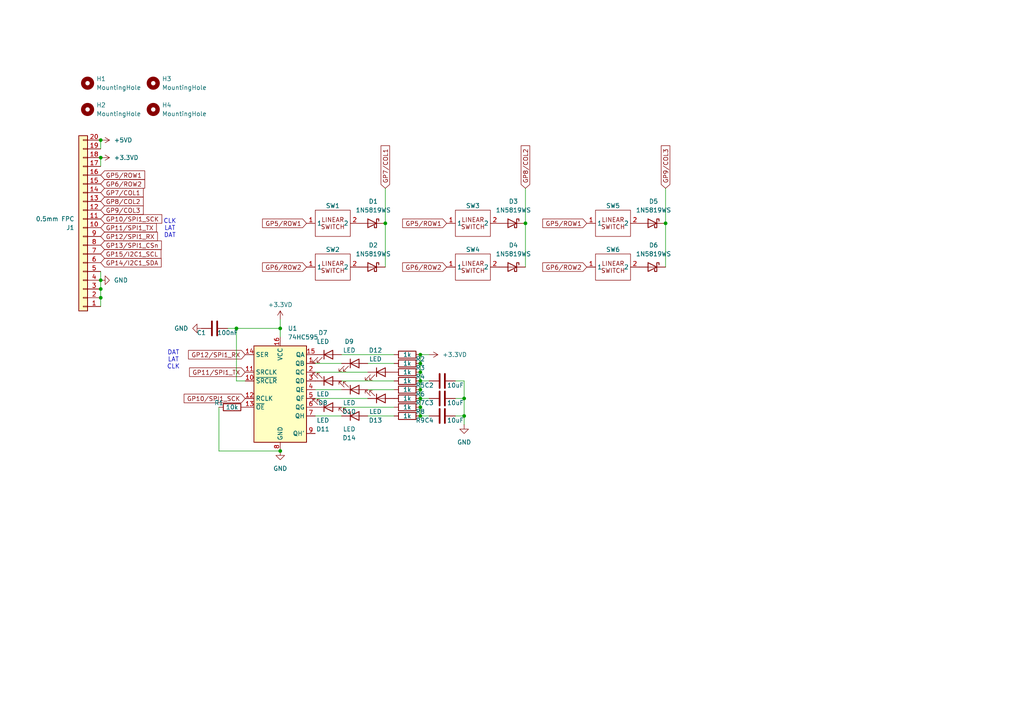
<source format=kicad_sch>
(kicad_sch (version 20231120) (generator "eeschema") (generator_version "8.0")
  (paper "A4")
  (lib_symbols
    (symbol "74xx:74HC595"
      (property "Reference" "U" (at -7.62 13.97 0))
      (property "Value" "74HC595" (at -7.62 -16.51 0))
      (symbol "74HC595_1_0"
        (pin tri_state line (at 10.16 7.62 180) (length 2.54) (name "QB") (number "1"))
        (pin input line (at -10.16 2.54 0) (length 2.54) (name "~{SRCLR}") (number "10"))
        (pin input line (at -10.16 5.08 0) (length 2.54) (name "SRCLK") (number "11"))
        (pin input line (at -10.16 -2.54 0) (length 2.54) (name "RCLK") (number "12"))
        (pin input line (at -10.16 -5.08 0) (length 2.54) (name "~{OE}") (number "13"))
        (pin input line (at -10.16 10.16 0) (length 2.54) (name "SER") (number "14"))
        (pin tri_state line (at 10.16 10.16 180) (length 2.54) (name "QA") (number "15"))
        (pin power_in line (at 0 15.24 270) (length 2.54) (name "VCC") (number "16"))
        (pin tri_state line (at 10.16 5.08 180) (length 2.54) (name "QC") (number "2"))
        (pin tri_state line (at 10.16 2.54 180) (length 2.54) (name "QD") (number "3"))
        (pin tri_state line (at 10.16 0 180) (length 2.54) (name "QE") (number "4"))
        (pin tri_state line (at 10.16 -2.54 180) (length 2.54) (name "QF") (number "5"))
        (pin tri_state line (at 10.16 -5.08 180) (length 2.54) (name "QG") (number "6"))
        (pin tri_state line (at 10.16 -7.62 180) (length 2.54) (name "QH") (number "7"))
        (pin power_in line (at 0 -17.78 90) (length 2.54) (name "GND") (number "8"))
        (pin output line (at 10.16 -12.7 180) (length 2.54) (name "QH'") (number "9"))
      )
      (symbol "74HC595_1_1"
        (rectangle (start -7.62 12.7) (end 7.62 -15.24) (stroke (width 0.254)) (fill (type background)))
      )
    )
    (symbol "Connector_Generic:Conn_01x20" (pin_names (offset 1.016) hide)
      (property "Reference" "J" (at 0 25.4 0))
      (property "Value" "Conn_01x20" (at 0 -27.94 0))
      (symbol "Conn_01x20_1_1"
        (rectangle (start -1.27 -25.273) (end 0 -25.527) (stroke (width 0.1524)))
        (rectangle (start -1.27 -22.733) (end 0 -22.987) (stroke (width 0.1524)))
        (rectangle (start -1.27 -20.193) (end 0 -20.447) (stroke (width 0.1524)))
        (rectangle (start -1.27 -17.653) (end 0 -17.907) (stroke (width 0.1524)))
        (rectangle (start -1.27 -15.113) (end 0 -15.367) (stroke (width 0.1524)))
        (rectangle (start -1.27 -12.573) (end 0 -12.827) (stroke (width 0.1524)))
        (rectangle (start -1.27 -10.033) (end 0 -10.287) (stroke (width 0.1524)))
        (rectangle (start -1.27 -7.493) (end 0 -7.747) (stroke (width 0.1524)))
        (rectangle (start -1.27 -4.953) (end 0 -5.207) (stroke (width 0.1524)))
        (rectangle (start -1.27 -2.413) (end 0 -2.667) (stroke (width 0.1524)))
        (rectangle (start -1.27 0.127) (end 0 -0.127) (stroke (width 0.1524)))
        (rectangle (start -1.27 2.667) (end 0 2.413) (stroke (width 0.1524)))
        (rectangle (start -1.27 5.207) (end 0 4.953) (stroke (width 0.1524)))
        (rectangle (start -1.27 7.747) (end 0 7.493) (stroke (width 0.1524)))
        (rectangle (start -1.27 10.287) (end 0 10.033) (stroke (width 0.1524)))
        (rectangle (start -1.27 12.827) (end 0 12.573) (stroke (width 0.1524)))
        (rectangle (start -1.27 15.367) (end 0 15.113) (stroke (width 0.1524)))
        (rectangle (start -1.27 17.907) (end 0 17.653) (stroke (width 0.1524)))
        (rectangle (start -1.27 20.447) (end 0 20.193) (stroke (width 0.1524)))
        (rectangle (start -1.27 22.987) (end 0 22.733) (stroke (width 0.1524)))
        (rectangle (start -1.27 24.13) (end 1.27 -26.67) (stroke (width 0.254)) (fill (type background)))
        (pin passive line (at -5.08 22.86 0) (length 3.81) (name "Pin_1") (number "1"))
        (pin passive line (at -5.08 0 0) (length 3.81) (name "Pin_10") (number "10"))
        (pin passive line (at -5.08 -2.54 0) (length 3.81) (name "Pin_11") (number "11"))
        (pin passive line (at -5.08 -5.08 0) (length 3.81) (name "Pin_12") (number "12"))
        (pin passive line (at -5.08 -7.62 0) (length 3.81) (name "Pin_13") (number "13"))
        (pin passive line (at -5.08 -10.16 0) (length 3.81) (name "Pin_14") (number "14"))
        (pin passive line (at -5.08 -12.7 0) (length 3.81) (name "Pin_15") (number "15"))
        (pin passive line (at -5.08 -15.24 0) (length 3.81) (name "Pin_16") (number "16"))
        (pin passive line (at -5.08 -17.78 0) (length 3.81) (name "Pin_17") (number "17"))
        (pin passive line (at -5.08 -20.32 0) (length 3.81) (name "Pin_18") (number "18"))
        (pin passive line (at -5.08 -22.86 0) (length 3.81) (name "Pin_19") (number "19"))
        (pin passive line (at -5.08 20.32 0) (length 3.81) (name "Pin_2") (number "2"))
        (pin passive line (at -5.08 -25.4 0) (length 3.81) (name "Pin_20") (number "20"))
        (pin passive line (at -5.08 17.78 0) (length 3.81) (name "Pin_3") (number "3"))
        (pin passive line (at -5.08 15.24 0) (length 3.81) (name "Pin_4") (number "4"))
        (pin passive line (at -5.08 12.7 0) (length 3.81) (name "Pin_5") (number "5"))
        (pin passive line (at -5.08 10.16 0) (length 3.81) (name "Pin_6") (number "6"))
        (pin passive line (at -5.08 7.62 0) (length 3.81) (name "Pin_7") (number "7"))
        (pin passive line (at -5.08 5.08 0) (length 3.81) (name "Pin_8") (number "8"))
        (pin passive line (at -5.08 2.54 0) (length 3.81) (name "Pin_9") (number "9"))
      )
    )
    (symbol "Device:C" (pin_numbers hide) (pin_names (offset 0.254))
      (property "Reference" "C" (at 0.635 2.54 0))
      (property "Value" "C" (at 0.635 -2.54 0))
      (symbol "C_0_1"
        (polyline (pts (xy -2.032 -0.762) (xy 2.032 -0.762)) (stroke (width 0.508)))
        (polyline (pts (xy -2.032 0.762) (xy 2.032 0.762)) (stroke (width 0.508)))
      )
      (symbol "C_1_1"
        (pin passive line (at 0 3.81 270) (length 2.794) (name "~") (number "1"))
        (pin passive line (at 0 -3.81 90) (length 2.794) (name "~") (number "2"))
      )
    )
    (symbol "Device:LED" (pin_numbers hide) (pin_names (offset 1.016) hide)
      (property "Reference" "D" (at 0 2.54 0))
      (property "Value" "LED" (at 0 -2.54 0))
      (symbol "LED_0_1"
        (polyline (pts (xy -1.27 -1.27) (xy -1.27 1.27)) (stroke (width 0.254)))
        (polyline (pts (xy -1.27 0) (xy 1.27 0)))
        (polyline (pts (xy 1.27 -1.27) (xy 1.27 1.27) (xy -1.27 0) (xy 1.27 -1.27)) (stroke (width 0.254)))
        (polyline (pts (xy -3.048 -0.762) (xy -4.572 -2.286) (xy -3.81 -2.286) (xy -4.572 -2.286) (xy -4.572 -1.524)))
        (polyline (pts (xy -1.778 -0.762) (xy -3.302 -2.286) (xy -2.54 -2.286) (xy -3.302 -2.286) (xy -3.302 -1.524)))
      )
      (symbol "LED_1_1"
        (pin passive line (at -3.81 0 0) (length 2.54) (name "K") (number "1"))
        (pin passive line (at 3.81 0 180) (length 2.54) (name "A") (number "2"))
      )
    )
    (symbol "Device:R" (pin_numbers hide) (pin_names (offset 0))
      (property "Reference" "R" (at 2.032 0 90))
      (property "Value" "R" (at 0 0 90))
      (symbol "R_0_1"
        (rectangle (start -1.016 -2.54) (end 1.016 2.54) (stroke (width 0.254)))
      )
      (symbol "R_1_1"
        (pin passive line (at 0 3.81 270) (length 1.27) (name "~") (number "1"))
        (pin passive line (at 0 -3.81 90) (length 1.27) (name "~") (number "2"))
      )
    )
    (symbol "Diode:1N5819WS" (pin_numbers hide) (pin_names (offset 1.016) hide)
      (property "Reference" "D" (at 0 2.54 0))
      (property "Value" "1N5819WS" (at 0 -2.54 0))
      (symbol "1N5819WS_0_1"
        (polyline (pts (xy 1.27 0) (xy -1.27 0)))
        (polyline (pts (xy 1.27 1.27) (xy 1.27 -1.27) (xy -1.27 0) (xy 1.27 1.27)) (stroke (width 0.254)))
        (polyline (pts (xy -1.905 0.635) (xy -1.905 1.27) (xy -1.27 1.27) (xy -1.27 -1.27) (xy -0.635 -1.27) (xy -0.635 -0.635)) (stroke (width 0.254)))
      )
      (symbol "1N5819WS_1_1"
        (pin passive line (at -3.81 0 0) (length 2.54) (name "K") (number "1"))
        (pin passive line (at 3.81 0 180) (length 2.54) (name "A") (number "2"))
      )
    )
    (symbol "GND_1" (power) (pin_numbers hide) (pin_names (offset 0) hide)
      (property "Value" "GND" (at 0 -3.81 0))
      (symbol "GND_1_0_1"
        (polyline (pts (xy 0 0) (xy 0 -1.27) (xy 1.27 -1.27) (xy 0 -2.54) (xy -1.27 -1.27) (xy 0 -1.27)))
      )
      (symbol "GND_1_1_1"
        (pin power_in line (at 0 0 270) (length 0) (name "~") (number "1"))
      )
    )
    (symbol "Keyboard:Linear_Switch"
      (property "Reference" "SW?" (at 0 -5.08 0))
      (symbol "Linear_Switch_0_1"
        (rectangle (start -5.08 3.81) (end 5.08 -3.81))
      )
      (symbol "Linear_Switch_1_1"
        (text "LINEAR\nSWITCH" (at 0 0 0) (effects (font (size 1.27 1.27))))
        (pin input line (at -7.62 0 0) (length 2.54) (name "1") (number "1"))
        (pin input line (at 7.62 0 180) (length 2.54) (name "2") (number "2"))
      )
    )
    (symbol "Mechanical:MountingHole" (pin_names (offset 1.016))
      (property "Reference" "H" (at 0 5.08 0))
      (property "Value" "MountingHole" (at 0 3.175 0))
      (symbol "MountingHole_0_1"
        (circle (center 0 0) (radius 1.27) (stroke (width 1.27)))
      )
    )
    (symbol "OLIMEX_Power:+3.3VD" (power) (pin_names (offset 0))
      (property "Value" "+3.3VD" (at 0 3.556 0))
      (symbol "+3.3VD_0_1"
        (polyline (pts (xy -0.762 1.27) (xy 0 2.54)))
        (polyline (pts (xy 0 0) (xy 0 2.54)))
        (polyline (pts (xy 0 2.54) (xy 0.762 1.27)))
      )
      (symbol "+3.3VD_1_1"
        (pin power_in line (at 0 0 90) (length 0) hide (name "+3.3VD") (number "1"))
      )
    )
    (symbol "OLIMEX_Power:+5VD" (power) (pin_names (offset 0))
      (property "Value" "+5VD" (at 0 3.556 0))
      (symbol "+5VD_0_1"
        (polyline (pts (xy -0.762 1.27) (xy 0 2.54)))
        (polyline (pts (xy 0 0) (xy 0 2.54)))
        (polyline (pts (xy 0 2.54) (xy 0.762 1.27)))
      )
      (symbol "+5VD_1_1"
        (pin power_in line (at 0 0 90) (length 0) hide (name "+5VD") (number "1"))
      )
    )
    (symbol "power:GND" (power) (pin_names (offset 0))
      (property "Value" "GND" (at 0 -3.81 0))
      (symbol "GND_0_1"
        (polyline (pts (xy 0 0) (xy 0 -1.27) (xy 1.27 -1.27) (xy 0 -2.54) (xy -1.27 -1.27) (xy 0 -1.27)))
      )
      (symbol "GND_1_1"
        (pin power_in line (at 0 0 270) (length 0) hide (name "GND") (number "1"))
      )
    )
  )
  (junction (at 81.28 95.25))
  (junction (at 152.4 64.77))
  (junction (at 121.92 115.57))
  (junction (at 121.92 110.49))
  (junction (at 134.62 120.65))
  (junction (at 121.92 113.03))
  (junction (at 121.92 120.65))
  (junction (at 121.92 102.87))
  (junction (at 29.21 81.28))
  (junction (at 121.92 118.11))
  (junction (at 29.21 40.64))
  (junction (at 29.21 83.82))
  (junction (at 111.76 64.77))
  (junction (at 121.92 107.95))
  (junction (at 29.21 45.72))
  (junction (at 29.21 86.36))
  (junction (at 134.62 115.57))
  (junction (at 68.58 95.25))
  (junction (at 81.28 130.81))
  (junction (at 193.04 64.77))
  (junction (at 121.92 105.41))
  (wire (pts (xy 106.68 105.41) (xy 114.3 105.41)))
  (wire (pts (xy 91.44 113.03) (xy 99.06 113.03)))
  (wire (pts (xy 29.21 81.28) (xy 29.21 83.82)))
  (wire (pts (xy 134.62 123.19) (xy 134.62 120.65)))
  (wire (pts (xy 91.44 120.65) (xy 99.06 120.65)))
  (wire (pts (xy 124.46 102.87) (xy 121.92 102.87)))
  (wire (pts (xy 68.58 95.25) (xy 81.28 95.25)))
  (wire (pts (xy 106.68 120.65) (xy 114.3 120.65)))
  (wire (pts (xy 134.62 120.65) (xy 134.62 115.57)))
  (wire (pts (xy 121.92 107.95) (xy 121.92 110.49)))
  (wire (pts (xy 124.46 115.57) (xy 121.92 115.57)))
  (wire (pts (xy 193.04 64.77) (xy 193.04 77.47)))
  (wire (pts (xy 81.28 92.71) (xy 81.28 95.25)))
  (wire (pts (xy 99.06 118.11) (xy 114.3 118.11)))
  (wire (pts (xy 68.58 110.49) (xy 68.58 95.25)))
  (wire (pts (xy 71.12 110.49) (xy 68.58 110.49)))
  (wire (pts (xy 91.44 107.95) (xy 106.68 107.95)))
  (wire (pts (xy 29.21 45.72) (xy 29.21 48.26)))
  (wire (pts (xy 91.44 115.57) (xy 106.68 115.57)))
  (wire (pts (xy 152.4 64.77) (xy 152.4 77.47)))
  (wire (pts (xy 124.46 110.49) (xy 121.92 110.49)))
  (wire (pts (xy 121.92 113.03) (xy 121.92 115.57)))
  (wire (pts (xy 106.68 113.03) (xy 114.3 113.03)))
  (wire (pts (xy 99.06 110.49) (xy 114.3 110.49)))
  (wire (pts (xy 121.92 110.49) (xy 121.92 113.03)))
  (wire (pts (xy 66.04 95.25) (xy 68.58 95.25)))
  (wire (pts (xy 121.92 115.57) (xy 121.92 118.11)))
  (wire (pts (xy 121.92 118.11) (xy 121.92 120.65)))
  (wire (pts (xy 193.04 54.61) (xy 193.04 64.77)))
  (wire (pts (xy 134.62 110.49) (xy 132.08 110.49)))
  (wire (pts (xy 91.44 105.41) (xy 99.06 105.41)))
  (wire (pts (xy 114.3 102.87) (xy 99.06 102.87)))
  (wire (pts (xy 121.92 105.41) (xy 121.92 107.95)))
  (wire (pts (xy 29.21 83.82) (xy 29.21 86.36)))
  (wire (pts (xy 63.5 118.11) (xy 63.5 130.81)))
  (wire (pts (xy 63.5 130.81) (xy 81.28 130.81)))
  (wire (pts (xy 111.76 54.61) (xy 111.76 64.77)))
  (wire (pts (xy 134.62 115.57) (xy 134.62 110.49)))
  (wire (pts (xy 81.28 95.25) (xy 81.28 97.79)))
  (wire (pts (xy 29.21 40.64) (xy 29.21 43.18)))
  (wire (pts (xy 111.76 64.77) (xy 111.76 77.47)))
  (wire (pts (xy 29.21 86.36) (xy 29.21 88.9)))
  (wire (pts (xy 132.08 115.57) (xy 134.62 115.57)))
  (wire (pts (xy 132.08 120.65) (xy 134.62 120.65)))
  (wire (pts (xy 29.21 78.74) (xy 29.21 81.28)))
  (wire (pts (xy 121.92 102.87) (xy 121.92 105.41)))
  (wire (pts (xy 124.46 120.65) (xy 121.92 120.65)))
  (wire (pts (xy 152.4 54.61) (xy 152.4 64.77)))
  (text "CLK\nLAT\nDAT" (at 49.276 66.294 0) (effects (font (size 1.27 1.27))))
  (text "DAT\nLAT\nCLK" (at 50.292 104.394 0) (effects (font (size 1.27 1.27))))
  (global_label "GP12{slash}SPI1_RX" (shape input) (at 71.12 102.87 180) (property "Intersheetrefs" "${INTERSHEET_REFS}" (effects (hide yes))))
  (global_label "GP7{slash}COL1" (shape input) (at 111.76 54.61 90) (property "Intersheetrefs" "${INTERSHEET_REFS}" (effects (hide yes))))
  (global_label "GP5{slash}ROW1" (shape input) (at 29.21 50.8 0) (property "Intersheetrefs" "${INTERSHEET_REFS}" (effects (hide yes))))
  (global_label "GP15{slash}I2C1_SCL" (shape input) (at 29.21 73.66 0) (property "Intersheetrefs" "${INTERSHEET_REFS}" (effects (hide yes))))
  (global_label "GP6{slash}ROW2" (shape input) (at 88.9 77.47 180) (property "Intersheetrefs" "${INTERSHEET_REFS}" (effects (hide yes))))
  (global_label "GP10{slash}SPI1_SCK" (shape input) (at 71.12 115.57 180) (property "Intersheetrefs" "${INTERSHEET_REFS}" (effects (hide yes))))
  (global_label "GP10{slash}SPI1_SCK" (shape input) (at 29.21 63.5 0) (property "Intersheetrefs" "${INTERSHEET_REFS}" (effects (hide yes))))
  (global_label "GP8{slash}COL2" (shape input) (at 29.21 58.42 0) (property "Intersheetrefs" "${INTERSHEET_REFS}" (effects (hide yes))))
  (global_label "GP8{slash}COL2" (shape input) (at 152.4 54.61 90) (property "Intersheetrefs" "${INTERSHEET_REFS}" (effects (hide yes))))
  (global_label "GP9{slash}COL3" (shape input) (at 29.21 60.96 0) (property "Intersheetrefs" "${INTERSHEET_REFS}" (effects (hide yes))))
  (global_label "GP6{slash}ROW2" (shape input) (at 170.18 77.47 180) (property "Intersheetrefs" "${INTERSHEET_REFS}" (effects (hide yes))))
  (global_label "GP14{slash}I2C1_SDA" (shape input) (at 29.21 76.2 0) (property "Intersheetrefs" "${INTERSHEET_REFS}" (effects (hide yes))))
  (global_label "GP12{slash}SPI1_RX" (shape input) (at 29.21 68.58 0) (property "Intersheetrefs" "${INTERSHEET_REFS}" (effects (hide yes))))
  (global_label "GP7{slash}COL1" (shape input) (at 29.21 55.88 0) (property "Intersheetrefs" "${INTERSHEET_REFS}" (effects (hide yes))))
  (global_label "GP9{slash}COL3" (shape input) (at 193.04 54.61 90) (property "Intersheetrefs" "${INTERSHEET_REFS}" (effects (hide yes))))
  (global_label "GP11{slash}SPI1_TX" (shape input) (at 71.12 107.95 180) (property "Intersheetrefs" "${INTERSHEET_REFS}" (effects (hide yes))))
  (global_label "GP6{slash}ROW2" (shape input) (at 29.21 53.34 0) (property "Intersheetrefs" "${INTERSHEET_REFS}" (effects (hide yes))))
  (global_label "GP5{slash}ROW1" (shape input) (at 170.18 64.77 180) (property "Intersheetrefs" "${INTERSHEET_REFS}" (effects (hide yes))))
  (global_label "GP5{slash}ROW1" (shape input) (at 129.54 64.77 180) (property "Intersheetrefs" "${INTERSHEET_REFS}" (effects (hide yes))))
  (global_label "GP5{slash}ROW1" (shape input) (at 88.9 64.77 180) (property "Intersheetrefs" "${INTERSHEET_REFS}" (effects (hide yes))))
  (global_label "GP11{slash}SPI1_TX" (shape input) (at 29.21 66.04 0) (property "Intersheetrefs" "${INTERSHEET_REFS}" (effects (hide yes))))
  (global_label "GP13{slash}SPI1_CSn" (shape input) (at 29.21 71.12 0) (property "Intersheetrefs" "${INTERSHEET_REFS}" (effects (hide yes))))
  (global_label "GP6{slash}ROW2" (shape input) (at 129.54 77.47 180) (property "Intersheetrefs" "${INTERSHEET_REFS}" (effects (hide yes))))
  (symbol (lib_id "Keyboard:Linear_Switch") (at 137.16 64.77 0) (unit 1)
    (property "Reference" "SW3" (at 137.16 59.69 0))
    (property "Value" "~" (at 137.16 59.69 0))
    (property "Footprint" "Keyboard_SW:Kailh_socket_MX_no_throughole" (effects (hide yes)))
  )
  (symbol (lib_id "Keyboard:Linear_Switch") (at 96.52 77.47 0) (unit 1)
    (property "Reference" "SW2" (at 96.52 72.39 0))
    (property "Value" "~" (at 96.52 72.39 0))
    (property "Footprint" "Keyboard_SW:Kailh_socket_MX_no_throughole" (effects (hide yes)))
  )
  (symbol (lib_id "Device:R") (at 118.11 105.41 270) (unit 1)
    (property "Reference" "R3" (at 121.92 106.68 90))
    (property "Value" "1k" (at 118.11 105.41 90))
    (property "Footprint" "Resistor_SMD:R_0603_1608Metric" (effects (hide yes)))
  )
  (symbol (lib_id "OLIMEX_Power:+3.3VD") (at 124.46 102.87 270) (mirror x) (unit 1)
    (property "Reference" "#PWR07" (effects (hide yes)))
    (property "Value" "+3.3VD" (at 128.27 102.8699 90) (effects (justify left)))
  )
  (symbol (lib_id "Keyboard:Linear_Switch") (at 137.16 77.47 0) (unit 1)
    (property "Reference" "SW4" (at 137.16 72.39 0))
    (property "Value" "~" (at 137.16 72.39 0))
    (property "Footprint" "Keyboard_SW:Kailh_socket_MX_no_throughole" (effects (hide yes)))
  )
  (symbol (lib_id "Device:LED") (at 95.25 102.87 0) (unit 1)
    (property "Reference" "D7" (at 93.6625 96.52 0))
    (property "Value" "LED" (at 93.6625 99.06 0))
    (property "Footprint" "LED_SMD:LED_0603_1608Metric" (effects (hide yes)))
  )
  (symbol (lib_id "Mechanical:MountingHole") (at 25.4 24.13 0) (unit 1)
    (property "Reference" "H1" (at 27.94 22.8599 0) (effects (justify left)))
    (property "Value" "MountingHole" (at 27.94 25.3999 0) (effects (justify left)))
    (property "Footprint" "MountingHole:MountingHole_2.7mm_M2.5" (effects (hide yes)))
    (property "Description" "Mounting Hole without connection" (effects (hide yes)))
  )
  (symbol (lib_id "Diode:1N5819WS") (at 189.23 77.47 0) (mirror y) (unit 1)
    (property "Reference" "D6" (at 189.5475 71.12 0))
    (property "Value" "1N5819WS" (at 189.5475 73.66 0))
    (property "Footprint" "Diode_SMD:D_SOD-323" (effects (hide yes)))
    (property "Datasheet" "https://datasheet.lcsc.com/lcsc/2204281430_Guangdong-Hottech-1N5819WS_C191023.pdf" (effects (hide yes)))
    (property "Description" "40V 600mV@1A 1A SOD-323 Schottky Barrier Diodes, SOD-323" (effects (hide yes)))
  )
  (symbol (lib_id "power:GND") (at 29.21 81.28 90) (mirror x) (unit 1)
    (property "Reference" "#PWR03" (effects (hide yes)))
    (property "Value" "GND" (at 33.02 81.2799 90) (effects (justify right)))
  )
  (symbol (lib_id "Mechanical:MountingHole") (at 44.45 31.75 0) (unit 1)
    (property "Reference" "H4" (at 46.99 30.4799 0) (effects (justify left)))
    (property "Value" "MountingHole" (at 46.99 33.0199 0) (effects (justify left)))
    (property "Footprint" "MountingHole:MountingHole_2.7mm_M2.5" (effects (hide yes)))
    (property "Description" "Mounting Hole without connection" (effects (hide yes)))
  )
  (symbol (lib_id "Device:R") (at 118.11 118.11 270) (unit 1)
    (property "Reference" "R8" (at 121.92 119.38 90))
    (property "Value" "1k" (at 118.11 118.11 90))
    (property "Footprint" "Resistor_SMD:R_0603_1608Metric" (effects (hide yes)))
  )
  (symbol (lib_id "Device:LED") (at 95.25 118.11 0) (mirror x) (unit 1)
    (property "Reference" "D11" (at 93.6625 124.46 0))
    (property "Value" "LED" (at 93.6625 121.92 0))
    (property "Footprint" "LED_SMD:LED_0603_1608Metric" (effects (hide yes)))
  )
  (symbol (lib_id "Diode:1N5819WS") (at 148.59 77.47 0) (mirror y) (unit 1)
    (property "Reference" "D4" (at 148.9075 71.12 0))
    (property "Value" "1N5819WS" (at 148.9075 73.66 0))
    (property "Footprint" "Diode_SMD:D_SOD-323" (effects (hide yes)))
    (property "Datasheet" "https://datasheet.lcsc.com/lcsc/2204281430_Guangdong-Hottech-1N5819WS_C191023.pdf" (effects (hide yes)))
    (property "Description" "40V 600mV@1A 1A SOD-323 Schottky Barrier Diodes, SOD-323" (effects (hide yes)))
  )
  (symbol (lib_id "Device:R") (at 118.11 102.87 270) (unit 1)
    (property "Reference" "R2" (at 121.92 104.14 90))
    (property "Value" "1k" (at 118.11 102.87 90))
    (property "Footprint" "Resistor_SMD:R_0603_1608Metric" (effects (hide yes)))
  )
  (symbol (lib_id "Device:C") (at 128.27 115.57 90) (mirror x) (unit 1)
    (property "Reference" "C3" (at 124.46 116.84 90))
    (property "Value" "10uF" (at 132.08 116.84 90))
    (property "Footprint" "Capacitor_SMD:C_0603_1608Metric" (effects (hide yes)))
  )
  (symbol (lib_id "Device:R") (at 118.11 113.03 270) (unit 1)
    (property "Reference" "R6" (at 121.92 114.3 90))
    (property "Value" "1k" (at 118.11 113.03 90))
    (property "Footprint" "Resistor_SMD:R_0603_1608Metric" (effects (hide yes)))
  )
  (symbol (lib_id "74xx:74HC595") (at 81.28 113.03 0) (unit 1)
    (property "Reference" "U1" (at 83.4741 95.25 0) (effects (justify left)))
    (property "Value" "74HC595" (at 83.4741 97.79 0) (effects (justify left)))
    (property "Footprint" "Package_SO:SOP-16_4.55x10.3mm_P1.27mm" (effects (hide yes)))
    (property "Datasheet" "http://www.ti.com/lit/ds/symlink/sn74hc595.pdf" (effects (hide yes)))
    (property "Description" "8-bit serial in/out Shift Register 3-State Outputs" (effects (hide yes)))
  )
  (symbol (lib_id "Diode:1N5819WS") (at 189.23 64.77 0) (mirror y) (unit 1)
    (property "Reference" "D5" (at 189.5475 58.42 0))
    (property "Value" "1N5819WS" (at 189.5475 60.96 0))
    (property "Footprint" "Diode_SMD:D_SOD-323" (effects (hide yes)))
    (property "Datasheet" "https://datasheet.lcsc.com/lcsc/2204281430_Guangdong-Hottech-1N5819WS_C191023.pdf" (effects (hide yes)))
    (property "Description" "40V 600mV@1A 1A SOD-323 Schottky Barrier Diodes, SOD-323" (effects (hide yes)))
  )
  (symbol (lib_id "Device:LED") (at 102.87 113.03 0) (mirror x) (unit 1)
    (property "Reference" "D10" (at 101.2825 119.38 0))
    (property "Value" "LED" (at 101.2825 116.84 0))
    (property "Footprint" "LED_SMD:LED_0603_1608Metric" (effects (hide yes)))
  )
  (symbol (lib_id "Keyboard:Linear_Switch") (at 177.8 77.47 0) (unit 1)
    (property "Reference" "SW6" (at 177.8 72.39 0))
    (property "Value" "~" (at 177.8 72.39 0))
    (property "Footprint" "Keyboard_SW:Kailh_socket_MX_no_throughole" (effects (hide yes)))
  )
  (symbol (lib_id "Diode:1N5819WS") (at 107.95 77.47 0) (mirror y) (unit 1)
    (property "Reference" "D2" (at 108.2675 71.12 0))
    (property "Value" "1N5819WS" (at 108.2675 73.66 0))
    (property "Footprint" "Diode_SMD:D_SOD-323" (effects (hide yes)))
    (property "Datasheet" "https://datasheet.lcsc.com/lcsc/2204281430_Guangdong-Hottech-1N5819WS_C191023.pdf" (effects (hide yes)))
    (property "Description" "40V 600mV@1A 1A SOD-323 Schottky Barrier Diodes, SOD-323" (effects (hide yes)))
  )
  (symbol (lib_id "Device:LED") (at 102.87 105.41 0) (unit 1)
    (property "Reference" "D9" (at 101.2825 99.06 0))
    (property "Value" "LED" (at 101.2825 101.6 0))
    (property "Footprint" "LED_SMD:LED_0603_1608Metric" (effects (hide yes)))
  )
  (symbol (lib_id "Device:C") (at 62.23 95.25 90) (mirror x) (unit 1)
    (property "Reference" "C1" (at 58.42 96.52 90))
    (property "Value" "100nF" (at 66.04 96.52 90))
    (property "Footprint" "Capacitor_SMD:C_0603_1608Metric" (effects (hide yes)))
  )
  (symbol (lib_id "OLIMEX_Power:+3.3VD") (at 29.21 45.72 270) (mirror x) (unit 1)
    (property "Reference" "#PWR02" (effects (hide yes)))
    (property "Value" "+3.3VD" (at 33.02 45.7199 90) (effects (justify left)))
  )
  (symbol (lib_id "Diode:1N5819WS") (at 107.95 64.77 0) (mirror y) (unit 1)
    (property "Reference" "D1" (at 108.2675 58.42 0))
    (property "Value" "1N5819WS" (at 108.2675 60.96 0))
    (property "Footprint" "Diode_SMD:D_SOD-323" (effects (hide yes)))
    (property "Datasheet" "https://datasheet.lcsc.com/lcsc/2204281430_Guangdong-Hottech-1N5819WS_C191023.pdf" (effects (hide yes)))
    (property "Description" "40V 600mV@1A 1A SOD-323 Schottky Barrier Diodes, SOD-323" (effects (hide yes)))
  )
  (symbol (lib_name "GND_1") (lib_id "power:GND") (at 81.28 130.81 0) (unit 1)
    (property "Reference" "#PWR06" (effects (hide yes)))
    (property "Value" "GND" (at 81.28 135.89 0))
    (property "Description" "Power symbol creates a global label with name \"GND\" , ground" (effects (hide yes)))
  )
  (symbol (lib_id "Keyboard:Linear_Switch") (at 96.52 64.77 0) (unit 1)
    (property "Reference" "SW1" (at 96.52 59.69 0))
    (property "Value" "~" (at 96.52 59.69 0))
    (property "Footprint" "Keyboard_SW:Kailh_socket_MX_no_throughole" (effects (hide yes)))
  )
  (symbol (lib_id "Device:LED") (at 110.49 115.57 0) (mirror x) (unit 1)
    (property "Reference" "D13" (at 108.9025 121.92 0))
    (property "Value" "LED" (at 108.9025 119.38 0))
    (property "Footprint" "LED_SMD:LED_0603_1608Metric" (effects (hide yes)))
  )
  (symbol (lib_id "Diode:1N5819WS") (at 148.59 64.77 0) (mirror y) (unit 1)
    (property "Reference" "D3" (at 148.9075 58.42 0))
    (property "Value" "1N5819WS" (at 148.9075 60.96 0))
    (property "Footprint" "Diode_SMD:D_SOD-323" (effects (hide yes)))
    (property "Datasheet" "https://datasheet.lcsc.com/lcsc/2204281430_Guangdong-Hottech-1N5819WS_C191023.pdf" (effects (hide yes)))
    (property "Description" "40V 600mV@1A 1A SOD-323 Schottky Barrier Diodes, SOD-323" (effects (hide yes)))
  )
  (symbol (lib_id "Connector_Generic:Conn_01x20") (at 24.13 66.04 180) (unit 1)
    (property "Reference" "J1" (at 21.59 66.0401 0) (effects (justify left)))
    (property "Value" "0.5mm FPC" (at 21.59 63.5001 0) (effects (justify left)))
    (property "Footprint" "Connector_FFC-FPC:TE_2-1734839-0_1x20-1MP_P0.5mm_Horizontal" (effects (hide yes)))
    (property "Description" "Generic connector, single row, 01x20, script generated (kicad-library-utils/schlib/autogen/connector/)" (effects (hide yes)))
  )
  (symbol (lib_id "Device:C") (at 128.27 110.49 90) (mirror x) (unit 1)
    (property "Reference" "C2" (at 124.46 111.76 90))
    (property "Value" "10uF" (at 132.08 111.76 90))
    (property "Footprint" "Capacitor_SMD:C_0603_1608Metric" (effects (hide yes)))
  )
  (symbol (lib_id "Mechanical:MountingHole") (at 25.4 31.75 0) (unit 1)
    (property "Reference" "H2" (at 27.94 30.4799 0) (effects (justify left)))
    (property "Value" "MountingHole" (at 27.94 33.0199 0) (effects (justify left)))
    (property "Footprint" "MountingHole:MountingHole_2.7mm_M2.5" (effects (hide yes)))
    (property "Description" "Mounting Hole without connection" (effects (hide yes)))
  )
  (symbol (lib_id "Device:C") (at 128.27 120.65 90) (mirror x) (unit 1)
    (property "Reference" "C4" (at 124.46 121.92 90))
    (property "Value" "10uF" (at 132.08 121.92 90))
    (property "Footprint" "Capacitor_SMD:C_0603_1608Metric" (effects (hide yes)))
  )
  (symbol (lib_id "Device:LED") (at 110.49 107.95 0) (unit 1)
    (property "Reference" "D12" (at 108.9025 101.6 0))
    (property "Value" "LED" (at 108.9025 104.14 0))
    (property "Footprint" "LED_SMD:LED_0603_1608Metric" (effects (hide yes)))
  )
  (symbol (lib_id "Device:R") (at 118.11 115.57 270) (unit 1)
    (property "Reference" "R7" (at 121.92 116.84 90))
    (property "Value" "1k" (at 118.11 115.57 90))
    (property "Footprint" "Resistor_SMD:R_0603_1608Metric" (effects (hide yes)))
  )
  (symbol (lib_id "Device:R") (at 118.11 120.65 270) (unit 1)
    (property "Reference" "R9" (at 121.92 121.92 90))
    (property "Value" "1k" (at 118.11 120.65 90))
    (property "Footprint" "Resistor_SMD:R_0603_1608Metric" (effects (hide yes)))
  )
  (symbol (lib_name "GND_1") (lib_id "power:GND") (at 134.62 123.19 0) (unit 1)
    (property "Reference" "#PWR08" (effects (hide yes)))
    (property "Value" "GND" (at 134.62 128.27 0))
    (property "Description" "Power symbol creates a global label with name \"GND\" , ground" (effects (hide yes)))
  )
  (symbol (lib_id "OLIMEX_Power:+5VD") (at 29.21 40.64 270) (mirror x) (unit 1)
    (property "Reference" "#PWR01" (effects (hide yes)))
    (property "Value" "+5VD" (at 33.02 40.6399 90) (effects (justify left)))
  )
  (symbol (lib_id "Device:R") (at 118.11 110.49 270) (unit 1)
    (property "Reference" "R5" (at 121.92 111.76 90))
    (property "Value" "1k" (at 118.11 110.49 90))
    (property "Footprint" "Resistor_SMD:R_0603_1608Metric" (effects (hide yes)))
  )
  (symbol (lib_id "Device:LED") (at 102.87 120.65 0) (mirror x) (unit 1)
    (property "Reference" "D14" (at 101.2825 127 0))
    (property "Value" "LED" (at 101.2825 124.46 0))
    (property "Footprint" "LED_SMD:LED_0603_1608Metric" (effects (hide yes)))
  )
  (symbol (lib_id "Keyboard:Linear_Switch") (at 177.8 64.77 0) (unit 1)
    (property "Reference" "SW5" (at 177.8 59.69 0))
    (property "Value" "~" (at 177.8 59.69 0))
    (property "Footprint" "Keyboard_SW:Kailh_socket_MX_no_throughole" (effects (hide yes)))
  )
  (symbol (lib_id "Device:R") (at 118.11 107.95 270) (unit 1)
    (property "Reference" "R4" (at 121.92 109.22 90))
    (property "Value" "1k" (at 118.11 107.95 90))
    (property "Footprint" "Resistor_SMD:R_0603_1608Metric" (effects (hide yes)))
  )
  (symbol (lib_id "Device:LED") (at 95.25 110.49 0) (mirror x) (unit 1)
    (property "Reference" "D8" (at 93.6625 116.84 0))
    (property "Value" "LED" (at 93.6625 114.3 0))
    (property "Footprint" "LED_SMD:LED_0603_1608Metric" (effects (hide yes)))
  )
  (symbol (lib_id "OLIMEX_Power:+3.3VD") (at 81.28 92.71 0) (unit 1)
    (property "Reference" "#PWR04" (effects (hide yes)))
    (property "Value" "+3.3VD" (at 81.28 88.392 0))
  )
  (symbol (lib_id "power:GND") (at 58.42 95.25 270) (unit 1)
    (property "Reference" "#PWR05" (effects (hide yes)))
    (property "Value" "GND" (at 54.61 95.2499 90) (effects (justify right)))
  )
  (symbol (lib_id "Device:R") (at 67.31 118.11 90) (unit 1)
    (property "Reference" "R1" (at 63.5 116.84 90))
    (property "Value" "10k" (at 67.31 118.11 90))
    (property "Footprint" "Resistor_SMD:R_0603_1608Metric" (effects (hide yes)))
  )
  (symbol (lib_id "Mechanical:MountingHole") (at 44.45 24.13 0) (unit 1)
    (property "Reference" "H3" (at 46.99 22.8599 0) (effects (justify left)))
    (property "Value" "MountingHole" (at 46.99 25.3999 0) (effects (justify left)))
    (property "Footprint" "MountingHole:MountingHole_2.7mm_M2.5" (effects (hide yes)))
    (property "Description" "Mounting Hole without connection" (effects (hide yes)))
  )
)
</source>
